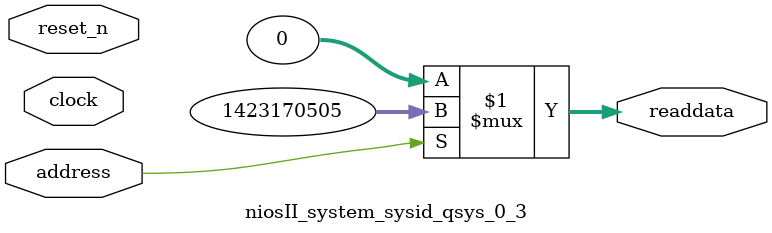
<source format=v>
module niosII_system_sysid_qsys_0_3 (
                address,
                clock,
                reset_n,
                readdata
             )
;
  output  [ 31: 0] readdata;
  input            address;
  input            clock;
  input            reset_n;
  wire    [ 31: 0] readdata;
  assign readdata = address ? 1423170505 : 0;
endmodule
</source>
